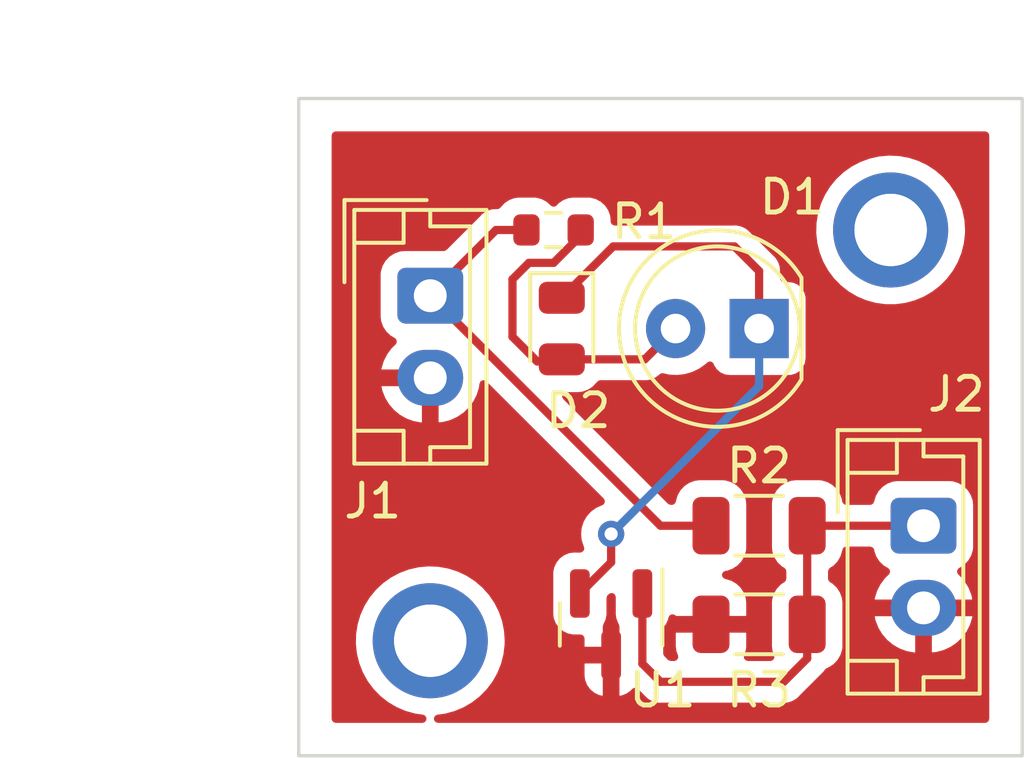
<source format=kicad_pcb>
(kicad_pcb (version 20210424) (generator pcbnew)
  (layers (0 "F.Cu" signal) (31 "B.Cu" signal) (34 "B.Paste" user) (35 "F.Paste" user) (36 "B.SilkS" user "B.Silkscreen") (37 "F.SilkS" user "F.Silkscreen") (38 "B.Mask" user) (39 "F.Mask" user) (44 "Edge.Cuts" user))
  (net 0 "")
  (net 1 "Net-(D1-Pad1)")
  (net 2 "Net-(D1-Pad2)")
  (net 3 "+5V")
  (net 4 "GND")
  (net 5 "Net-(J2-Pad1)")
  (footprint "MountingHole:MountingHole_2.2mm_M2_ISO7380_Pad_TopBottom" (layer "F.Cu") (at 155 105)
    (fp_text reference "REF**" hide)
    (fp_text value "MountingHole_2.2mm_M2_ISO7380_Pad_TopBottom" hide)
    (pad "1" connect circle locked (at 0 0) (size 3.5 3.5) (layers "B.Cu" "B.Mask"))
    (pad "1" thru_hole circle locked (at 0 0) (size 2.6 2.6) (drill 2.2) (layers *.Cu *.Mask))
    (pad "1" thru_hole circle locked (at 0 0) (size 2.6 2.6) (drill 2.2) (layers *.Cu *.Mask))
    (pad "1" connect circle locked (at 0 0) (size 3.5 3.5) (layers "F.Cu" "F.Mask"))
  )
  (footprint "Resistor_SMD:R_1206_3216Metric" (layer "F.Cu") (at 151 117 180)
    (fp_text reference "R3" (at 0 -2) (layer "F.SilkS"))
    (fp_text value "110 / 0.25W / 1%" hide)
    (fp_line (start -0.727064 -0.91) (end 0.727064 -0.91) (layer "F.SilkS") (width 0.12))
    (fp_line (start -0.727064 0.91) (end 0.727064 0.91) (layer "F.SilkS") (width 0.12))
    (pad "1" smd roundrect locked (at -1.4625 0 180) (size 1.125 1.75) (layers "F.Cu" "F.Paste" "F.Mask") (roundrect_rratio 0.2222222222) (net 5 "Net-(J2-Pad1)"))
    (pad "2" smd roundrect locked (at 1.4625 0 180) (size 1.125 1.75) (layers "F.Cu" "F.Paste" "F.Mask") (roundrect_rratio 0.2222222222) (net 4 "GND"))
  )
  (footprint "Connector_JST:JST_EH_B2B-EH-A_1x02_P2.50mm_Vertical" (layer "F.Cu") (at 141 107 -90)
    (fp_text reference "J1" (at 6.25 1.75 180) (layer "F.SilkS"))
    (fp_text value "Vin" hide)
    (fp_line (start 5.11 2.31) (end 5.11 -1.71) (layer "F.SilkS") (width 0.12))
    (fp_line (start 4.61 -1.21) (end 4.61 0) (layer "F.SilkS") (width 0.12))
    (fp_line (start 5.11 0.81) (end 4.11 0.81) (layer "F.SilkS") (width 0.12))
    (fp_line (start 5.11 -1.71) (end -2.61 -1.71) (layer "F.SilkS") (width 0.12))
    (fp_line (start -2.91 2.61) (end -0.41 2.61) (layer "F.SilkS") (width 0.12))
    (fp_line (start -2.61 -1.71) (end -2.61 2.31) (layer "F.SilkS") (width 0.12))
    (fp_line (start -2.61 0) (end -2.11 0) (layer "F.SilkS") (width 0.12))
    (fp_line (start 4.11 0.81) (end 4.11 2.31) (layer "F.SilkS") (width 0.12))
    (fp_line (start -2.91 0.11) (end -2.91 2.61) (layer "F.SilkS") (width 0.12))
    (fp_line (start -1.61 0.81) (end -1.61 2.31) (layer "F.SilkS") (width 0.12))
    (fp_line (start -2.61 0.81) (end -1.61 0.81) (layer "F.SilkS") (width 0.12))
    (fp_line (start 4.61 0) (end 5.11 0) (layer "F.SilkS") (width 0.12))
    (fp_line (start -2.11 -1.21) (end 4.61 -1.21) (layer "F.SilkS") (width 0.12))
    (fp_line (start -2.11 0) (end -2.11 -1.21) (layer "F.SilkS") (width 0.12))
    (fp_line (start -2.61 2.31) (end 5.11 2.31) (layer "F.SilkS") (width 0.12))
    (pad "1" thru_hole roundrect locked (at 0 0 270) (size 1.7 2) (drill 1) (layers *.Cu *.Mask) (roundrect_rratio 0.1470588235) (net 3 "+5V"))
    (pad "2" thru_hole oval locked (at 2.5 0 270) (size 1.7 2) (drill 1) (layers *.Cu *.Mask) (net 4 "GND"))
  )
  (footprint "LED_SMD:LED_0805_2012Metric" (layer "F.Cu") (at 145 108 -90)
    (fp_text reference "D2" (at 2.5 -0.5) (layer "F.SilkS"))
    (fp_text value "LED" hide)
    (fp_line (start -1.685 -0.96) (end -1.685 0.96) (layer "F.SilkS") (width 0.12))
    (fp_line (start 1 -0.96) (end -1.685 -0.96) (layer "F.SilkS") (width 0.12))
    (fp_line (start -1.685 0.96) (end 1 0.96) (layer "F.SilkS") (width 0.12))
    (pad "1" smd roundrect locked (at -0.9375 0 270) (size 0.975 1.4) (layers "F.Cu" "F.Paste" "F.Mask") (net 1 "Net-(D1-Pad1)"))
    (pad "2" smd roundrect locked (at 0.9375 0 270) (size 0.975 1.4) (layers "F.Cu" "F.Paste" "F.Mask") (net 2 "Net-(D1-Pad2)"))
  )
  (footprint "Resistor_SMD:R_0603_1608Metric" (layer "F.Cu") (at 144.75 105)
    (fp_text reference "R1" (at 2.75 -0.25) (layer "F.SilkS"))
    (fp_text value "100" hide)
    (fp_line (start -0.237258 0.5225) (end 0.237258 0.5225) (layer "F.SilkS") (width 0.12))
    (fp_line (start -0.237258 -0.5225) (end 0.237258 -0.5225) (layer "F.SilkS") (width 0.12))
    (pad "1" smd roundrect locked (at -0.825 0) (size 0.8 0.95) (layers "F.Cu" "F.Paste" "F.Mask") (net 3 "+5V"))
    (pad "2" smd roundrect locked (at 0.825 0) (size 0.8 0.95) (layers "F.Cu" "F.Paste" "F.Mask") (net 2 "Net-(D1-Pad2)"))
  )
  (footprint "Resistor_SMD:R_1206_3216Metric" (layer "F.Cu") (at 151 114)
    (fp_text reference "R2" (at 0 -1.82) (layer "F.SilkS"))
    (fp_text value "100 / 0.25W / 1%" hide)
    (fp_line (start -0.727064 -0.91) (end 0.727064 -0.91) (layer "F.SilkS") (width 0.12))
    (fp_line (start -0.727064 0.91) (end 0.727064 0.91) (layer "F.SilkS") (width 0.12))
    (pad "1" smd roundrect locked (at -1.4625 0) (size 1.125 1.75) (layers "F.Cu" "F.Paste" "F.Mask") (roundrect_rratio 0.2222222222) (net 3 "+5V"))
    (pad "2" smd roundrect locked (at 1.4625 0) (size 1.125 1.75) (layers "F.Cu" "F.Paste" "F.Mask") (roundrect_rratio 0.2222222222) (net 5 "Net-(J2-Pad1)"))
  )
  (footprint "Package_TO_SOT_SMD:SOT-23" (layer "F.Cu") (at 146.5 117 -90)
    (fp_text reference "U1" (at 2 -1.56) (layer "F.SilkS"))
    (fp_text value "CJ431" hide)
    (fp_line (start 0 -1.56) (end -1.675 -1.56) (layer "F.SilkS") (width 0.12))
    (fp_line (start 0 1.56) (end -0.65 1.56) (layer "F.SilkS") (width 0.12))
    (fp_line (start 0 -1.56) (end 0.65 -1.56) (layer "F.SilkS") (width 0.12))
    (fp_line (start 0 1.56) (end 0.65 1.56) (layer "F.SilkS") (width 0.12))
    (pad "1" smd roundrect locked (at -0.9375 -0.95 270) (size 1.475 0.6) (layers "F.Cu" "F.Paste" "F.Mask") (net 5 "Net-(J2-Pad1)"))
    (pad "2" smd roundrect locked (at -0.9375 0.95 270) (size 1.475 0.6) (layers "F.Cu" "F.Paste" "F.Mask") (net 1 "Net-(D1-Pad1)"))
    (pad "3" smd roundrect locked (at 0.9375 0 270) (size 1.475 0.6) (layers "F.Cu" "F.Paste" "F.Mask") (net 4 "GND"))
  )
  (footprint "Connector_JST:JST_EH_B2B-EH-A_1x02_P2.50mm_Vertical" (layer "F.Cu") (at 156 114 -90)
    (fp_text reference "J2" (at -4 -1) (layer "F.SilkS"))
    (fp_text value "Vbat" hide)
    (fp_line (start -2.61 -1.71) (end -2.61 2.31) (layer "F.SilkS") (width 0.12))
    (fp_line (start -2.91 0.11) (end -2.91 2.61) (layer "F.SilkS") (width 0.12))
    (fp_line (start -1.61 0.81) (end -1.61 2.31) (layer "F.SilkS") (width 0.12))
    (fp_line (start -2.61 0) (end -2.11 0) (layer "F.SilkS") (width 0.12))
    (fp_line (start -2.11 -1.21) (end 4.61 -1.21) (layer "F.SilkS") (width 0.12))
    (fp_line (start 4.61 -1.21) (end 4.61 0) (layer "F.SilkS") (width 0.12))
    (fp_line (start 5.11 0.81) (end 4.11 0.81) (layer "F.SilkS") (width 0.12))
    (fp_line (start 5.11 2.31) (end 5.11 -1.71) (layer "F.SilkS") (width 0.12))
    (fp_line (start 4.11 0.81) (end 4.11 2.31) (layer "F.SilkS") (width 0.12))
    (fp_line (start -2.61 0.81) (end -1.61 0.81) (layer "F.SilkS") (width 0.12))
    (fp_line (start -2.91 2.61) (end -0.41 2.61) (layer "F.SilkS") (width 0.12))
    (fp_line (start 4.61 0) (end 5.11 0) (layer "F.SilkS") (width 0.12))
    (fp_line (start -2.61 2.31) (end 5.11 2.31) (layer "F.SilkS") (width 0.12))
    (fp_line (start -2.11 0) (end -2.11 -1.21) (layer "F.SilkS") (width 0.12))
    (fp_line (start 5.11 -1.71) (end -2.61 -1.71) (layer "F.SilkS") (width 0.12))
    (pad "1" thru_hole roundrect locked (at 0 0 270) (size 1.7 2) (drill 1) (layers *.Cu *.Mask) (roundrect_rratio 0.1470588235) (net 5 "Net-(J2-Pad1)"))
    (pad "2" thru_hole oval locked (at 2.5 0 270) (size 1.7 2) (drill 1) (layers *.Cu *.Mask) (net 4 "GND"))
  )
  (footprint "MountingHole:MountingHole_2.2mm_M2_ISO7380_Pad_TopBottom" (layer "F.Cu") (at 141 117.5)
    (fp_text reference "REF**" hide)
    (fp_text value "MountingHole_2.2mm_M2_ISO7380_Pad_TopBottom" hide)
    (pad "1" thru_hole circle locked (at 0 0) (size 2.6 2.6) (drill 2.2) (layers *.Cu *.Mask))
    (pad "1" thru_hole circle locked (at 0 0) (size 2.6 2.6) (drill 2.2) (layers *.Cu *.Mask))
    (pad "1" connect circle locked (at 0 0) (size 3.5 3.5) (layers "F.Cu" "F.Mask"))
    (pad "1" connect circle locked (at 0 0) (size 3.5 3.5) (layers "B.Cu" "B.Mask"))
  )
  (footprint "LED_THT:LED_D5.0mm" (layer "F.Cu") (at 151 108 180)
    (fp_text reference "D1" (at -1 4) (layer "F.SilkS"))
    (fp_text value "LED" hide)
    (fp_line (start -1.29 -1.545) (end -1.29 1.545) (layer "F.SilkS") (width 0.12))
    (fp_arc (start 1.27 0) (end -1.29 -1.54483) (angle 148.9) (layer "F.SilkS") (width 0.12))
    (fp_arc (start 1.27 0) (end -1.29 1.54483) (angle -148.9) (layer "F.SilkS") (width 0.12))
    (fp_circle (center 1.27 0) (end 3.77 0) (layer "F.SilkS") (width 0.12) (fill none))
    (pad "1" thru_hole rect locked (at 0 0 180) (size 1.8 1.8) (drill 0.9) (layers *.Cu *.Mask) (net 1 "Net-(D1-Pad1)"))
    (pad "2" thru_hole circle locked (at 2.54 0 180) (size 1.8 1.8) (drill 0.9) (layers *.Cu *.Mask) (net 2 "Net-(D1-Pad2)"))
  )
  (gr_rect (start 137 101) (end 159 121) (layer "Edge.Cuts") (width 0.1) (fill none))
  (segment (start 151 106.25) (end 151 108) (width 0.25) (layer "F.Cu") (net 1))
  (segment (start 146.5625 105.5) (end 150.25 105.5) (width 0.25) (layer "F.Cu") (net 1))
  (segment (start 150.25 105.5) (end 151 106.25) (width 0.25) (layer "F.Cu") (net 1))
  (segment (start 145.55 116.0625) (end 146.5 115.1125) (width 0.25) (layer "F.Cu") (net 1))
  (segment (start 145 107.0625) (end 146.5625 105.5) (width 0.25) (layer "F.Cu") (net 1))
  (segment (start 146.5 115.1125) (end 146.5 114.5) (width 0.25) (layer "F.Cu") (net 1))
  (segment (start 146.5 114.5) (end 146.5 114.25) (width 0.25) (layer "F.Cu") (net 1))
  (via (at 146.5 114.25) (size 0.8) (drill 0.4) (layers "F.Cu" "B.Cu") (net 1))
  (segment (start 146.5 114.25) (end 151 109.75) (width 0.25) (layer "B.Cu") (net 1))
  (segment (start 151 109.75) (end 151 108) (width 0.25) (layer "B.Cu") (net 1))
  (segment (start 144 106) (end 143.5 106.5) (width 0.25) (layer "F.Cu") (net 2))
  (segment (start 145 108.9375) (end 147.5225 108.9375) (width 0.25) (layer "F.Cu") (net 2))
  (segment (start 145.575 105.175) (end 144.75 106) (width 0.25) (layer "F.Cu") (net 2))
  (segment (start 143.5 108.25) (end 144.25 109) (width 0.25) (layer "F.Cu") (net 2))
  (segment (start 144.9375 109) (end 145 108.9375) (width 0.25) (layer "F.Cu") (net 2))
  (segment (start 143.5 106.5) (end 143.5 108.25) (width 0.25) (layer "F.Cu") (net 2))
  (segment (start 145.575 105) (end 145.575 105.175) (width 0.25) (layer "F.Cu") (net 2))
  (segment (start 144.75 106) (end 144 106) (width 0.25) (layer "F.Cu") (net 2))
  (segment (start 147.5225 108.9375) (end 148.46 108) (width 0.25) (layer "F.Cu") (net 2))
  (segment (start 144.25 109) (end 144.9375 109) (width 0.25) (layer "F.Cu") (net 2))
  (segment (start 141 107) (end 143 105) (width 0.25) (layer "F.Cu") (net 3))
  (segment (start 148 114) (end 149.5375 114) (width 0.25) (layer "F.Cu") (net 3))
  (segment (start 143 105) (end 143.925 105) (width 0.25) (layer "F.Cu") (net 3))
  (segment (start 141 107) (end 148 114) (width 0.25) (layer "F.Cu") (net 3))
  (segment (start 156 114) (end 152.4625 114) (width 0.25) (layer "F.Cu") (net 5))
  (segment (start 152.4625 117) (end 152.4625 118.0375) (width 0.25) (layer "F.Cu") (net 5))
  (segment (start 151.75 118.75) (end 148 118.75) (width 0.25) (layer "F.Cu") (net 5))
  (segment (start 152.4625 118.0375) (end 151.75 118.75) (width 0.25) (layer "F.Cu") (net 5))
  (segment (start 148 118.75) (end 147.45 118.2) (width 0.25) (layer "F.Cu") (net 5))
  (segment (start 147.45 118.2) (end 147.45 116.0625) (width 0.25) (layer "F.Cu") (net 5))
  (segment (start 152.4625 114) (end 152.4625 117) (width 0.25) (layer "F.Cu") (net 5))
  (zone (net 4) (net_name "GND") (layer "F.Cu") (connect_pads (clearance 0.508)) (min_thickness 0.254) (fill yes (thermal_gap 0.508) (thermal_bridge_width 0.508))
    (polygon (pts (xy 158 120) (xy 138 120) (xy 138 102) (xy 158 102)))
  )
)
</source>
